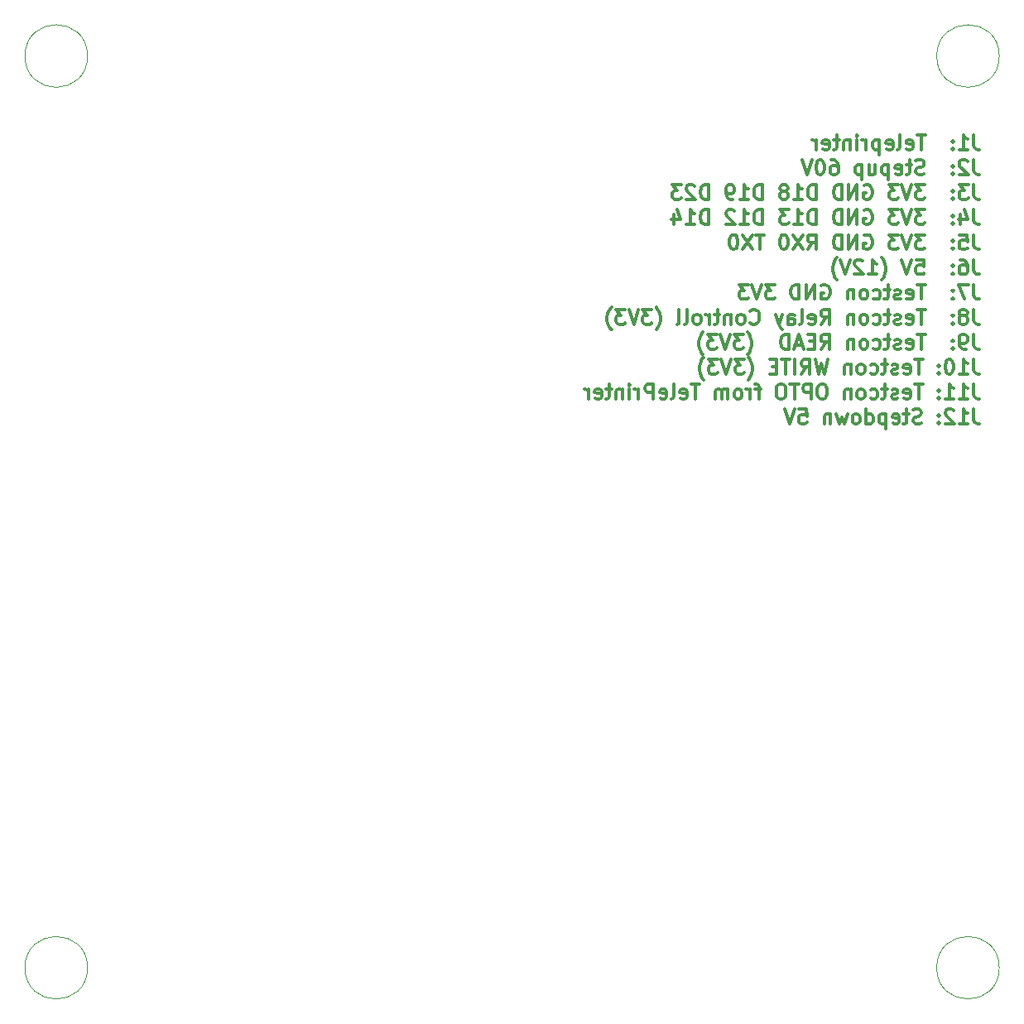
<source format=gbr>
G04 #@! TF.GenerationSoftware,KiCad,Pcbnew,(5.1.5)-3*
G04 #@! TF.CreationDate,2021-03-21T23:11:18+01:00*
G04 #@! TF.ProjectId,Fernschreiber,4665726e-7363-4687-9265-696265722e6b,v02*
G04 #@! TF.SameCoordinates,Original*
G04 #@! TF.FileFunction,Legend,Bot*
G04 #@! TF.FilePolarity,Positive*
%FSLAX46Y46*%
G04 Gerber Fmt 4.6, Leading zero omitted, Abs format (unit mm)*
G04 Created by KiCad (PCBNEW (5.1.5)-3) date 2021-03-21 23:11:18*
%MOMM*%
%LPD*%
G04 APERTURE LIST*
%ADD10C,0.120000*%
%ADD11C,0.300000*%
G04 APERTURE END LIST*
D10*
X52200000Y-137750000D02*
G75*
G03X52200000Y-137750000I-3200000J0D01*
G01*
X145450000Y-44500000D02*
G75*
G03X145450000Y-44500000I-3200000J0D01*
G01*
X145450000Y-137750000D02*
G75*
G03X145450000Y-137750000I-3200000J0D01*
G01*
X52200000Y-44500000D02*
G75*
G03X52200000Y-44500000I-3200000J0D01*
G01*
D11*
X142844285Y-52578571D02*
X142844285Y-53650000D01*
X142915714Y-53864285D01*
X143058571Y-54007142D01*
X143272857Y-54078571D01*
X143415714Y-54078571D01*
X141344285Y-54078571D02*
X142201428Y-54078571D01*
X141772857Y-54078571D02*
X141772857Y-52578571D01*
X141915714Y-52792857D01*
X142058571Y-52935714D01*
X142201428Y-53007142D01*
X140701428Y-53935714D02*
X140630000Y-54007142D01*
X140701428Y-54078571D01*
X140772857Y-54007142D01*
X140701428Y-53935714D01*
X140701428Y-54078571D01*
X140701428Y-53150000D02*
X140630000Y-53221428D01*
X140701428Y-53292857D01*
X140772857Y-53221428D01*
X140701428Y-53150000D01*
X140701428Y-53292857D01*
X137915714Y-52578571D02*
X137058571Y-52578571D01*
X137487142Y-54078571D02*
X137487142Y-52578571D01*
X135987142Y-54007142D02*
X136130000Y-54078571D01*
X136415714Y-54078571D01*
X136558571Y-54007142D01*
X136630000Y-53864285D01*
X136630000Y-53292857D01*
X136558571Y-53150000D01*
X136415714Y-53078571D01*
X136130000Y-53078571D01*
X135987142Y-53150000D01*
X135915714Y-53292857D01*
X135915714Y-53435714D01*
X136630000Y-53578571D01*
X135058571Y-54078571D02*
X135201428Y-54007142D01*
X135272857Y-53864285D01*
X135272857Y-52578571D01*
X133915714Y-54007142D02*
X134058571Y-54078571D01*
X134344285Y-54078571D01*
X134487142Y-54007142D01*
X134558571Y-53864285D01*
X134558571Y-53292857D01*
X134487142Y-53150000D01*
X134344285Y-53078571D01*
X134058571Y-53078571D01*
X133915714Y-53150000D01*
X133844285Y-53292857D01*
X133844285Y-53435714D01*
X134558571Y-53578571D01*
X133201428Y-53078571D02*
X133201428Y-54578571D01*
X133201428Y-53150000D02*
X133058571Y-53078571D01*
X132772857Y-53078571D01*
X132630000Y-53150000D01*
X132558571Y-53221428D01*
X132487142Y-53364285D01*
X132487142Y-53792857D01*
X132558571Y-53935714D01*
X132630000Y-54007142D01*
X132772857Y-54078571D01*
X133058571Y-54078571D01*
X133201428Y-54007142D01*
X131844285Y-54078571D02*
X131844285Y-53078571D01*
X131844285Y-53364285D02*
X131772857Y-53221428D01*
X131701428Y-53150000D01*
X131558571Y-53078571D01*
X131415714Y-53078571D01*
X130915714Y-54078571D02*
X130915714Y-53078571D01*
X130915714Y-52578571D02*
X130987142Y-52650000D01*
X130915714Y-52721428D01*
X130844285Y-52650000D01*
X130915714Y-52578571D01*
X130915714Y-52721428D01*
X130201428Y-53078571D02*
X130201428Y-54078571D01*
X130201428Y-53221428D02*
X130130000Y-53150000D01*
X129987142Y-53078571D01*
X129772857Y-53078571D01*
X129630000Y-53150000D01*
X129558571Y-53292857D01*
X129558571Y-54078571D01*
X129058571Y-53078571D02*
X128487142Y-53078571D01*
X128844285Y-52578571D02*
X128844285Y-53864285D01*
X128772857Y-54007142D01*
X128630000Y-54078571D01*
X128487142Y-54078571D01*
X127415714Y-54007142D02*
X127558571Y-54078571D01*
X127844285Y-54078571D01*
X127987142Y-54007142D01*
X128058571Y-53864285D01*
X128058571Y-53292857D01*
X127987142Y-53150000D01*
X127844285Y-53078571D01*
X127558571Y-53078571D01*
X127415714Y-53150000D01*
X127344285Y-53292857D01*
X127344285Y-53435714D01*
X128058571Y-53578571D01*
X126701428Y-54078571D02*
X126701428Y-53078571D01*
X126701428Y-53364285D02*
X126630000Y-53221428D01*
X126558571Y-53150000D01*
X126415714Y-53078571D01*
X126272857Y-53078571D01*
X142844285Y-55128571D02*
X142844285Y-56200000D01*
X142915714Y-56414285D01*
X143058571Y-56557142D01*
X143272857Y-56628571D01*
X143415714Y-56628571D01*
X142201428Y-55271428D02*
X142130000Y-55200000D01*
X141987142Y-55128571D01*
X141630000Y-55128571D01*
X141487142Y-55200000D01*
X141415714Y-55271428D01*
X141344285Y-55414285D01*
X141344285Y-55557142D01*
X141415714Y-55771428D01*
X142272857Y-56628571D01*
X141344285Y-56628571D01*
X140701428Y-56485714D02*
X140630000Y-56557142D01*
X140701428Y-56628571D01*
X140772857Y-56557142D01*
X140701428Y-56485714D01*
X140701428Y-56628571D01*
X140701428Y-55700000D02*
X140630000Y-55771428D01*
X140701428Y-55842857D01*
X140772857Y-55771428D01*
X140701428Y-55700000D01*
X140701428Y-55842857D01*
X137772857Y-56557142D02*
X137558571Y-56628571D01*
X137201428Y-56628571D01*
X137058571Y-56557142D01*
X136987142Y-56485714D01*
X136915714Y-56342857D01*
X136915714Y-56200000D01*
X136987142Y-56057142D01*
X137058571Y-55985714D01*
X137201428Y-55914285D01*
X137487142Y-55842857D01*
X137630000Y-55771428D01*
X137701428Y-55700000D01*
X137772857Y-55557142D01*
X137772857Y-55414285D01*
X137701428Y-55271428D01*
X137630000Y-55200000D01*
X137487142Y-55128571D01*
X137130000Y-55128571D01*
X136915714Y-55200000D01*
X136487142Y-55628571D02*
X135915714Y-55628571D01*
X136272857Y-55128571D02*
X136272857Y-56414285D01*
X136201428Y-56557142D01*
X136058571Y-56628571D01*
X135915714Y-56628571D01*
X134844285Y-56557142D02*
X134987142Y-56628571D01*
X135272857Y-56628571D01*
X135415714Y-56557142D01*
X135487142Y-56414285D01*
X135487142Y-55842857D01*
X135415714Y-55700000D01*
X135272857Y-55628571D01*
X134987142Y-55628571D01*
X134844285Y-55700000D01*
X134772857Y-55842857D01*
X134772857Y-55985714D01*
X135487142Y-56128571D01*
X134130000Y-55628571D02*
X134130000Y-57128571D01*
X134130000Y-55700000D02*
X133987142Y-55628571D01*
X133701428Y-55628571D01*
X133558571Y-55700000D01*
X133487142Y-55771428D01*
X133415714Y-55914285D01*
X133415714Y-56342857D01*
X133487142Y-56485714D01*
X133558571Y-56557142D01*
X133701428Y-56628571D01*
X133987142Y-56628571D01*
X134130000Y-56557142D01*
X132130000Y-55628571D02*
X132130000Y-56628571D01*
X132772857Y-55628571D02*
X132772857Y-56414285D01*
X132701428Y-56557142D01*
X132558571Y-56628571D01*
X132344285Y-56628571D01*
X132201428Y-56557142D01*
X132130000Y-56485714D01*
X131415714Y-55628571D02*
X131415714Y-57128571D01*
X131415714Y-55700000D02*
X131272857Y-55628571D01*
X130987142Y-55628571D01*
X130844285Y-55700000D01*
X130772857Y-55771428D01*
X130701428Y-55914285D01*
X130701428Y-56342857D01*
X130772857Y-56485714D01*
X130844285Y-56557142D01*
X130987142Y-56628571D01*
X131272857Y-56628571D01*
X131415714Y-56557142D01*
X128272857Y-55128571D02*
X128558571Y-55128571D01*
X128701428Y-55200000D01*
X128772857Y-55271428D01*
X128915714Y-55485714D01*
X128987142Y-55771428D01*
X128987142Y-56342857D01*
X128915714Y-56485714D01*
X128844285Y-56557142D01*
X128701428Y-56628571D01*
X128415714Y-56628571D01*
X128272857Y-56557142D01*
X128201428Y-56485714D01*
X128130000Y-56342857D01*
X128130000Y-55985714D01*
X128201428Y-55842857D01*
X128272857Y-55771428D01*
X128415714Y-55700000D01*
X128701428Y-55700000D01*
X128844285Y-55771428D01*
X128915714Y-55842857D01*
X128987142Y-55985714D01*
X127201428Y-55128571D02*
X127058571Y-55128571D01*
X126915714Y-55200000D01*
X126844285Y-55271428D01*
X126772857Y-55414285D01*
X126701428Y-55700000D01*
X126701428Y-56057142D01*
X126772857Y-56342857D01*
X126844285Y-56485714D01*
X126915714Y-56557142D01*
X127058571Y-56628571D01*
X127201428Y-56628571D01*
X127344285Y-56557142D01*
X127415714Y-56485714D01*
X127487142Y-56342857D01*
X127558571Y-56057142D01*
X127558571Y-55700000D01*
X127487142Y-55414285D01*
X127415714Y-55271428D01*
X127344285Y-55200000D01*
X127201428Y-55128571D01*
X126272857Y-55128571D02*
X125772857Y-56628571D01*
X125272857Y-55128571D01*
X142844285Y-57678571D02*
X142844285Y-58750000D01*
X142915714Y-58964285D01*
X143058571Y-59107142D01*
X143272857Y-59178571D01*
X143415714Y-59178571D01*
X142272857Y-57678571D02*
X141344285Y-57678571D01*
X141844285Y-58250000D01*
X141630000Y-58250000D01*
X141487142Y-58321428D01*
X141415714Y-58392857D01*
X141344285Y-58535714D01*
X141344285Y-58892857D01*
X141415714Y-59035714D01*
X141487142Y-59107142D01*
X141630000Y-59178571D01*
X142058571Y-59178571D01*
X142201428Y-59107142D01*
X142272857Y-59035714D01*
X140701428Y-59035714D02*
X140630000Y-59107142D01*
X140701428Y-59178571D01*
X140772857Y-59107142D01*
X140701428Y-59035714D01*
X140701428Y-59178571D01*
X140701428Y-58250000D02*
X140630000Y-58321428D01*
X140701428Y-58392857D01*
X140772857Y-58321428D01*
X140701428Y-58250000D01*
X140701428Y-58392857D01*
X137844285Y-57678571D02*
X136915714Y-57678571D01*
X137415714Y-58250000D01*
X137201428Y-58250000D01*
X137058571Y-58321428D01*
X136987142Y-58392857D01*
X136915714Y-58535714D01*
X136915714Y-58892857D01*
X136987142Y-59035714D01*
X137058571Y-59107142D01*
X137201428Y-59178571D01*
X137630000Y-59178571D01*
X137772857Y-59107142D01*
X137844285Y-59035714D01*
X136487142Y-57678571D02*
X135987142Y-59178571D01*
X135487142Y-57678571D01*
X135130000Y-57678571D02*
X134201428Y-57678571D01*
X134701428Y-58250000D01*
X134487142Y-58250000D01*
X134344285Y-58321428D01*
X134272857Y-58392857D01*
X134201428Y-58535714D01*
X134201428Y-58892857D01*
X134272857Y-59035714D01*
X134344285Y-59107142D01*
X134487142Y-59178571D01*
X134915714Y-59178571D01*
X135058571Y-59107142D01*
X135130000Y-59035714D01*
X131630000Y-57750000D02*
X131772857Y-57678571D01*
X131987142Y-57678571D01*
X132201428Y-57750000D01*
X132344285Y-57892857D01*
X132415714Y-58035714D01*
X132487142Y-58321428D01*
X132487142Y-58535714D01*
X132415714Y-58821428D01*
X132344285Y-58964285D01*
X132201428Y-59107142D01*
X131987142Y-59178571D01*
X131844285Y-59178571D01*
X131630000Y-59107142D01*
X131558571Y-59035714D01*
X131558571Y-58535714D01*
X131844285Y-58535714D01*
X130915714Y-59178571D02*
X130915714Y-57678571D01*
X130058571Y-59178571D01*
X130058571Y-57678571D01*
X129344285Y-59178571D02*
X129344285Y-57678571D01*
X128987142Y-57678571D01*
X128772857Y-57750000D01*
X128630000Y-57892857D01*
X128558571Y-58035714D01*
X128487142Y-58321428D01*
X128487142Y-58535714D01*
X128558571Y-58821428D01*
X128630000Y-58964285D01*
X128772857Y-59107142D01*
X128987142Y-59178571D01*
X129344285Y-59178571D01*
X126701428Y-59178571D02*
X126701428Y-57678571D01*
X126344285Y-57678571D01*
X126130000Y-57750000D01*
X125987142Y-57892857D01*
X125915714Y-58035714D01*
X125844285Y-58321428D01*
X125844285Y-58535714D01*
X125915714Y-58821428D01*
X125987142Y-58964285D01*
X126130000Y-59107142D01*
X126344285Y-59178571D01*
X126701428Y-59178571D01*
X124415714Y-59178571D02*
X125272857Y-59178571D01*
X124844285Y-59178571D02*
X124844285Y-57678571D01*
X124987142Y-57892857D01*
X125130000Y-58035714D01*
X125272857Y-58107142D01*
X123558571Y-58321428D02*
X123701428Y-58250000D01*
X123772857Y-58178571D01*
X123844285Y-58035714D01*
X123844285Y-57964285D01*
X123772857Y-57821428D01*
X123701428Y-57750000D01*
X123558571Y-57678571D01*
X123272857Y-57678571D01*
X123130000Y-57750000D01*
X123058571Y-57821428D01*
X122987142Y-57964285D01*
X122987142Y-58035714D01*
X123058571Y-58178571D01*
X123130000Y-58250000D01*
X123272857Y-58321428D01*
X123558571Y-58321428D01*
X123701428Y-58392857D01*
X123772857Y-58464285D01*
X123844285Y-58607142D01*
X123844285Y-58892857D01*
X123772857Y-59035714D01*
X123701428Y-59107142D01*
X123558571Y-59178571D01*
X123272857Y-59178571D01*
X123130000Y-59107142D01*
X123058571Y-59035714D01*
X122987142Y-58892857D01*
X122987142Y-58607142D01*
X123058571Y-58464285D01*
X123130000Y-58392857D01*
X123272857Y-58321428D01*
X121201428Y-59178571D02*
X121201428Y-57678571D01*
X120844285Y-57678571D01*
X120630000Y-57750000D01*
X120487142Y-57892857D01*
X120415714Y-58035714D01*
X120344285Y-58321428D01*
X120344285Y-58535714D01*
X120415714Y-58821428D01*
X120487142Y-58964285D01*
X120630000Y-59107142D01*
X120844285Y-59178571D01*
X121201428Y-59178571D01*
X118915714Y-59178571D02*
X119772857Y-59178571D01*
X119344285Y-59178571D02*
X119344285Y-57678571D01*
X119487142Y-57892857D01*
X119630000Y-58035714D01*
X119772857Y-58107142D01*
X118201428Y-59178571D02*
X117915714Y-59178571D01*
X117772857Y-59107142D01*
X117701428Y-59035714D01*
X117558571Y-58821428D01*
X117487142Y-58535714D01*
X117487142Y-57964285D01*
X117558571Y-57821428D01*
X117630000Y-57750000D01*
X117772857Y-57678571D01*
X118058571Y-57678571D01*
X118201428Y-57750000D01*
X118272857Y-57821428D01*
X118344285Y-57964285D01*
X118344285Y-58321428D01*
X118272857Y-58464285D01*
X118201428Y-58535714D01*
X118058571Y-58607142D01*
X117772857Y-58607142D01*
X117630000Y-58535714D01*
X117558571Y-58464285D01*
X117487142Y-58321428D01*
X115701428Y-59178571D02*
X115701428Y-57678571D01*
X115344285Y-57678571D01*
X115130000Y-57750000D01*
X114987142Y-57892857D01*
X114915714Y-58035714D01*
X114844285Y-58321428D01*
X114844285Y-58535714D01*
X114915714Y-58821428D01*
X114987142Y-58964285D01*
X115130000Y-59107142D01*
X115344285Y-59178571D01*
X115701428Y-59178571D01*
X114272857Y-57821428D02*
X114201428Y-57750000D01*
X114058571Y-57678571D01*
X113701428Y-57678571D01*
X113558571Y-57750000D01*
X113487142Y-57821428D01*
X113415714Y-57964285D01*
X113415714Y-58107142D01*
X113487142Y-58321428D01*
X114344285Y-59178571D01*
X113415714Y-59178571D01*
X112915714Y-57678571D02*
X111987142Y-57678571D01*
X112487142Y-58250000D01*
X112272857Y-58250000D01*
X112130000Y-58321428D01*
X112058571Y-58392857D01*
X111987142Y-58535714D01*
X111987142Y-58892857D01*
X112058571Y-59035714D01*
X112130000Y-59107142D01*
X112272857Y-59178571D01*
X112701428Y-59178571D01*
X112844285Y-59107142D01*
X112915714Y-59035714D01*
X142844285Y-60228571D02*
X142844285Y-61300000D01*
X142915714Y-61514285D01*
X143058571Y-61657142D01*
X143272857Y-61728571D01*
X143415714Y-61728571D01*
X141487142Y-60728571D02*
X141487142Y-61728571D01*
X141844285Y-60157142D02*
X142201428Y-61228571D01*
X141272857Y-61228571D01*
X140701428Y-61585714D02*
X140630000Y-61657142D01*
X140701428Y-61728571D01*
X140772857Y-61657142D01*
X140701428Y-61585714D01*
X140701428Y-61728571D01*
X140701428Y-60800000D02*
X140630000Y-60871428D01*
X140701428Y-60942857D01*
X140772857Y-60871428D01*
X140701428Y-60800000D01*
X140701428Y-60942857D01*
X137844285Y-60228571D02*
X136915714Y-60228571D01*
X137415714Y-60800000D01*
X137201428Y-60800000D01*
X137058571Y-60871428D01*
X136987142Y-60942857D01*
X136915714Y-61085714D01*
X136915714Y-61442857D01*
X136987142Y-61585714D01*
X137058571Y-61657142D01*
X137201428Y-61728571D01*
X137630000Y-61728571D01*
X137772857Y-61657142D01*
X137844285Y-61585714D01*
X136487142Y-60228571D02*
X135987142Y-61728571D01*
X135487142Y-60228571D01*
X135130000Y-60228571D02*
X134201428Y-60228571D01*
X134701428Y-60800000D01*
X134487142Y-60800000D01*
X134344285Y-60871428D01*
X134272857Y-60942857D01*
X134201428Y-61085714D01*
X134201428Y-61442857D01*
X134272857Y-61585714D01*
X134344285Y-61657142D01*
X134487142Y-61728571D01*
X134915714Y-61728571D01*
X135058571Y-61657142D01*
X135130000Y-61585714D01*
X131630000Y-60300000D02*
X131772857Y-60228571D01*
X131987142Y-60228571D01*
X132201428Y-60300000D01*
X132344285Y-60442857D01*
X132415714Y-60585714D01*
X132487142Y-60871428D01*
X132487142Y-61085714D01*
X132415714Y-61371428D01*
X132344285Y-61514285D01*
X132201428Y-61657142D01*
X131987142Y-61728571D01*
X131844285Y-61728571D01*
X131630000Y-61657142D01*
X131558571Y-61585714D01*
X131558571Y-61085714D01*
X131844285Y-61085714D01*
X130915714Y-61728571D02*
X130915714Y-60228571D01*
X130058571Y-61728571D01*
X130058571Y-60228571D01*
X129344285Y-61728571D02*
X129344285Y-60228571D01*
X128987142Y-60228571D01*
X128772857Y-60300000D01*
X128630000Y-60442857D01*
X128558571Y-60585714D01*
X128487142Y-60871428D01*
X128487142Y-61085714D01*
X128558571Y-61371428D01*
X128630000Y-61514285D01*
X128772857Y-61657142D01*
X128987142Y-61728571D01*
X129344285Y-61728571D01*
X126701428Y-61728571D02*
X126701428Y-60228571D01*
X126344285Y-60228571D01*
X126130000Y-60300000D01*
X125987142Y-60442857D01*
X125915714Y-60585714D01*
X125844285Y-60871428D01*
X125844285Y-61085714D01*
X125915714Y-61371428D01*
X125987142Y-61514285D01*
X126130000Y-61657142D01*
X126344285Y-61728571D01*
X126701428Y-61728571D01*
X124415714Y-61728571D02*
X125272857Y-61728571D01*
X124844285Y-61728571D02*
X124844285Y-60228571D01*
X124987142Y-60442857D01*
X125130000Y-60585714D01*
X125272857Y-60657142D01*
X123915714Y-60228571D02*
X122987142Y-60228571D01*
X123487142Y-60800000D01*
X123272857Y-60800000D01*
X123130000Y-60871428D01*
X123058571Y-60942857D01*
X122987142Y-61085714D01*
X122987142Y-61442857D01*
X123058571Y-61585714D01*
X123130000Y-61657142D01*
X123272857Y-61728571D01*
X123701428Y-61728571D01*
X123844285Y-61657142D01*
X123915714Y-61585714D01*
X121201428Y-61728571D02*
X121201428Y-60228571D01*
X120844285Y-60228571D01*
X120630000Y-60300000D01*
X120487142Y-60442857D01*
X120415714Y-60585714D01*
X120344285Y-60871428D01*
X120344285Y-61085714D01*
X120415714Y-61371428D01*
X120487142Y-61514285D01*
X120630000Y-61657142D01*
X120844285Y-61728571D01*
X121201428Y-61728571D01*
X118915714Y-61728571D02*
X119772857Y-61728571D01*
X119344285Y-61728571D02*
X119344285Y-60228571D01*
X119487142Y-60442857D01*
X119630000Y-60585714D01*
X119772857Y-60657142D01*
X118344285Y-60371428D02*
X118272857Y-60300000D01*
X118130000Y-60228571D01*
X117772857Y-60228571D01*
X117630000Y-60300000D01*
X117558571Y-60371428D01*
X117487142Y-60514285D01*
X117487142Y-60657142D01*
X117558571Y-60871428D01*
X118415714Y-61728571D01*
X117487142Y-61728571D01*
X115701428Y-61728571D02*
X115701428Y-60228571D01*
X115344285Y-60228571D01*
X115130000Y-60300000D01*
X114987142Y-60442857D01*
X114915714Y-60585714D01*
X114844285Y-60871428D01*
X114844285Y-61085714D01*
X114915714Y-61371428D01*
X114987142Y-61514285D01*
X115130000Y-61657142D01*
X115344285Y-61728571D01*
X115701428Y-61728571D01*
X113415714Y-61728571D02*
X114272857Y-61728571D01*
X113844285Y-61728571D02*
X113844285Y-60228571D01*
X113987142Y-60442857D01*
X114130000Y-60585714D01*
X114272857Y-60657142D01*
X112130000Y-60728571D02*
X112130000Y-61728571D01*
X112487142Y-60157142D02*
X112844285Y-61228571D01*
X111915714Y-61228571D01*
X142844285Y-62778571D02*
X142844285Y-63850000D01*
X142915714Y-64064285D01*
X143058571Y-64207142D01*
X143272857Y-64278571D01*
X143415714Y-64278571D01*
X141415714Y-62778571D02*
X142130000Y-62778571D01*
X142201428Y-63492857D01*
X142130000Y-63421428D01*
X141987142Y-63350000D01*
X141630000Y-63350000D01*
X141487142Y-63421428D01*
X141415714Y-63492857D01*
X141344285Y-63635714D01*
X141344285Y-63992857D01*
X141415714Y-64135714D01*
X141487142Y-64207142D01*
X141630000Y-64278571D01*
X141987142Y-64278571D01*
X142130000Y-64207142D01*
X142201428Y-64135714D01*
X140701428Y-64135714D02*
X140630000Y-64207142D01*
X140701428Y-64278571D01*
X140772857Y-64207142D01*
X140701428Y-64135714D01*
X140701428Y-64278571D01*
X140701428Y-63350000D02*
X140630000Y-63421428D01*
X140701428Y-63492857D01*
X140772857Y-63421428D01*
X140701428Y-63350000D01*
X140701428Y-63492857D01*
X137844285Y-62778571D02*
X136915714Y-62778571D01*
X137415714Y-63350000D01*
X137201428Y-63350000D01*
X137058571Y-63421428D01*
X136987142Y-63492857D01*
X136915714Y-63635714D01*
X136915714Y-63992857D01*
X136987142Y-64135714D01*
X137058571Y-64207142D01*
X137201428Y-64278571D01*
X137630000Y-64278571D01*
X137772857Y-64207142D01*
X137844285Y-64135714D01*
X136487142Y-62778571D02*
X135987142Y-64278571D01*
X135487142Y-62778571D01*
X135130000Y-62778571D02*
X134201428Y-62778571D01*
X134701428Y-63350000D01*
X134487142Y-63350000D01*
X134344285Y-63421428D01*
X134272857Y-63492857D01*
X134201428Y-63635714D01*
X134201428Y-63992857D01*
X134272857Y-64135714D01*
X134344285Y-64207142D01*
X134487142Y-64278571D01*
X134915714Y-64278571D01*
X135058571Y-64207142D01*
X135130000Y-64135714D01*
X131630000Y-62850000D02*
X131772857Y-62778571D01*
X131987142Y-62778571D01*
X132201428Y-62850000D01*
X132344285Y-62992857D01*
X132415714Y-63135714D01*
X132487142Y-63421428D01*
X132487142Y-63635714D01*
X132415714Y-63921428D01*
X132344285Y-64064285D01*
X132201428Y-64207142D01*
X131987142Y-64278571D01*
X131844285Y-64278571D01*
X131630000Y-64207142D01*
X131558571Y-64135714D01*
X131558571Y-63635714D01*
X131844285Y-63635714D01*
X130915714Y-64278571D02*
X130915714Y-62778571D01*
X130058571Y-64278571D01*
X130058571Y-62778571D01*
X129344285Y-64278571D02*
X129344285Y-62778571D01*
X128987142Y-62778571D01*
X128772857Y-62850000D01*
X128630000Y-62992857D01*
X128558571Y-63135714D01*
X128487142Y-63421428D01*
X128487142Y-63635714D01*
X128558571Y-63921428D01*
X128630000Y-64064285D01*
X128772857Y-64207142D01*
X128987142Y-64278571D01*
X129344285Y-64278571D01*
X125844285Y-64278571D02*
X126344285Y-63564285D01*
X126701428Y-64278571D02*
X126701428Y-62778571D01*
X126130000Y-62778571D01*
X125987142Y-62850000D01*
X125915714Y-62921428D01*
X125844285Y-63064285D01*
X125844285Y-63278571D01*
X125915714Y-63421428D01*
X125987142Y-63492857D01*
X126130000Y-63564285D01*
X126701428Y-63564285D01*
X125344285Y-62778571D02*
X124344285Y-64278571D01*
X124344285Y-62778571D02*
X125344285Y-64278571D01*
X123487142Y-62778571D02*
X123344285Y-62778571D01*
X123201428Y-62850000D01*
X123130000Y-62921428D01*
X123058571Y-63064285D01*
X122987142Y-63350000D01*
X122987142Y-63707142D01*
X123058571Y-63992857D01*
X123130000Y-64135714D01*
X123201428Y-64207142D01*
X123344285Y-64278571D01*
X123487142Y-64278571D01*
X123630000Y-64207142D01*
X123701428Y-64135714D01*
X123772857Y-63992857D01*
X123844285Y-63707142D01*
X123844285Y-63350000D01*
X123772857Y-63064285D01*
X123701428Y-62921428D01*
X123630000Y-62850000D01*
X123487142Y-62778571D01*
X121415714Y-62778571D02*
X120558571Y-62778571D01*
X120987142Y-64278571D02*
X120987142Y-62778571D01*
X120201428Y-62778571D02*
X119201428Y-64278571D01*
X119201428Y-62778571D02*
X120201428Y-64278571D01*
X118344285Y-62778571D02*
X118201428Y-62778571D01*
X118058571Y-62850000D01*
X117987142Y-62921428D01*
X117915714Y-63064285D01*
X117844285Y-63350000D01*
X117844285Y-63707142D01*
X117915714Y-63992857D01*
X117987142Y-64135714D01*
X118058571Y-64207142D01*
X118201428Y-64278571D01*
X118344285Y-64278571D01*
X118487142Y-64207142D01*
X118558571Y-64135714D01*
X118630000Y-63992857D01*
X118701428Y-63707142D01*
X118701428Y-63350000D01*
X118630000Y-63064285D01*
X118558571Y-62921428D01*
X118487142Y-62850000D01*
X118344285Y-62778571D01*
X142844285Y-65328571D02*
X142844285Y-66400000D01*
X142915714Y-66614285D01*
X143058571Y-66757142D01*
X143272857Y-66828571D01*
X143415714Y-66828571D01*
X141487142Y-65328571D02*
X141772857Y-65328571D01*
X141915714Y-65400000D01*
X141987142Y-65471428D01*
X142130000Y-65685714D01*
X142201428Y-65971428D01*
X142201428Y-66542857D01*
X142130000Y-66685714D01*
X142058571Y-66757142D01*
X141915714Y-66828571D01*
X141630000Y-66828571D01*
X141487142Y-66757142D01*
X141415714Y-66685714D01*
X141344285Y-66542857D01*
X141344285Y-66185714D01*
X141415714Y-66042857D01*
X141487142Y-65971428D01*
X141630000Y-65900000D01*
X141915714Y-65900000D01*
X142058571Y-65971428D01*
X142130000Y-66042857D01*
X142201428Y-66185714D01*
X140701428Y-66685714D02*
X140630000Y-66757142D01*
X140701428Y-66828571D01*
X140772857Y-66757142D01*
X140701428Y-66685714D01*
X140701428Y-66828571D01*
X140701428Y-65900000D02*
X140630000Y-65971428D01*
X140701428Y-66042857D01*
X140772857Y-65971428D01*
X140701428Y-65900000D01*
X140701428Y-66042857D01*
X136987142Y-65328571D02*
X137701428Y-65328571D01*
X137772857Y-66042857D01*
X137701428Y-65971428D01*
X137558571Y-65900000D01*
X137201428Y-65900000D01*
X137058571Y-65971428D01*
X136987142Y-66042857D01*
X136915714Y-66185714D01*
X136915714Y-66542857D01*
X136987142Y-66685714D01*
X137058571Y-66757142D01*
X137201428Y-66828571D01*
X137558571Y-66828571D01*
X137701428Y-66757142D01*
X137772857Y-66685714D01*
X136487142Y-65328571D02*
X135987142Y-66828571D01*
X135487142Y-65328571D01*
X133415714Y-67400000D02*
X133487142Y-67328571D01*
X133630000Y-67114285D01*
X133701428Y-66971428D01*
X133772857Y-66757142D01*
X133844285Y-66400000D01*
X133844285Y-66114285D01*
X133772857Y-65757142D01*
X133701428Y-65542857D01*
X133630000Y-65400000D01*
X133487142Y-65185714D01*
X133415714Y-65114285D01*
X132058571Y-66828571D02*
X132915714Y-66828571D01*
X132487142Y-66828571D02*
X132487142Y-65328571D01*
X132630000Y-65542857D01*
X132772857Y-65685714D01*
X132915714Y-65757142D01*
X131487142Y-65471428D02*
X131415714Y-65400000D01*
X131272857Y-65328571D01*
X130915714Y-65328571D01*
X130772857Y-65400000D01*
X130701428Y-65471428D01*
X130630000Y-65614285D01*
X130630000Y-65757142D01*
X130701428Y-65971428D01*
X131558571Y-66828571D01*
X130630000Y-66828571D01*
X130201428Y-65328571D02*
X129701428Y-66828571D01*
X129201428Y-65328571D01*
X128844285Y-67400000D02*
X128772857Y-67328571D01*
X128630000Y-67114285D01*
X128558571Y-66971428D01*
X128487142Y-66757142D01*
X128415714Y-66400000D01*
X128415714Y-66114285D01*
X128487142Y-65757142D01*
X128558571Y-65542857D01*
X128630000Y-65400000D01*
X128772857Y-65185714D01*
X128844285Y-65114285D01*
X142844285Y-67878571D02*
X142844285Y-68950000D01*
X142915714Y-69164285D01*
X143058571Y-69307142D01*
X143272857Y-69378571D01*
X143415714Y-69378571D01*
X142272857Y-67878571D02*
X141272857Y-67878571D01*
X141915714Y-69378571D01*
X140701428Y-69235714D02*
X140630000Y-69307142D01*
X140701428Y-69378571D01*
X140772857Y-69307142D01*
X140701428Y-69235714D01*
X140701428Y-69378571D01*
X140701428Y-68450000D02*
X140630000Y-68521428D01*
X140701428Y-68592857D01*
X140772857Y-68521428D01*
X140701428Y-68450000D01*
X140701428Y-68592857D01*
X137915714Y-67878571D02*
X137058571Y-67878571D01*
X137487142Y-69378571D02*
X137487142Y-67878571D01*
X135987142Y-69307142D02*
X136130000Y-69378571D01*
X136415714Y-69378571D01*
X136558571Y-69307142D01*
X136630000Y-69164285D01*
X136630000Y-68592857D01*
X136558571Y-68450000D01*
X136415714Y-68378571D01*
X136130000Y-68378571D01*
X135987142Y-68450000D01*
X135915714Y-68592857D01*
X135915714Y-68735714D01*
X136630000Y-68878571D01*
X135344285Y-69307142D02*
X135201428Y-69378571D01*
X134915714Y-69378571D01*
X134772857Y-69307142D01*
X134701428Y-69164285D01*
X134701428Y-69092857D01*
X134772857Y-68950000D01*
X134915714Y-68878571D01*
X135130000Y-68878571D01*
X135272857Y-68807142D01*
X135344285Y-68664285D01*
X135344285Y-68592857D01*
X135272857Y-68450000D01*
X135130000Y-68378571D01*
X134915714Y-68378571D01*
X134772857Y-68450000D01*
X134272857Y-68378571D02*
X133701428Y-68378571D01*
X134058571Y-67878571D02*
X134058571Y-69164285D01*
X133987142Y-69307142D01*
X133844285Y-69378571D01*
X133701428Y-69378571D01*
X132558571Y-69307142D02*
X132701428Y-69378571D01*
X132987142Y-69378571D01*
X133130000Y-69307142D01*
X133201428Y-69235714D01*
X133272857Y-69092857D01*
X133272857Y-68664285D01*
X133201428Y-68521428D01*
X133130000Y-68450000D01*
X132987142Y-68378571D01*
X132701428Y-68378571D01*
X132558571Y-68450000D01*
X131701428Y-69378571D02*
X131844285Y-69307142D01*
X131915714Y-69235714D01*
X131987142Y-69092857D01*
X131987142Y-68664285D01*
X131915714Y-68521428D01*
X131844285Y-68450000D01*
X131701428Y-68378571D01*
X131487142Y-68378571D01*
X131344285Y-68450000D01*
X131272857Y-68521428D01*
X131201428Y-68664285D01*
X131201428Y-69092857D01*
X131272857Y-69235714D01*
X131344285Y-69307142D01*
X131487142Y-69378571D01*
X131701428Y-69378571D01*
X130558571Y-68378571D02*
X130558571Y-69378571D01*
X130558571Y-68521428D02*
X130487142Y-68450000D01*
X130344285Y-68378571D01*
X130130000Y-68378571D01*
X129987142Y-68450000D01*
X129915714Y-68592857D01*
X129915714Y-69378571D01*
X127272857Y-67950000D02*
X127415714Y-67878571D01*
X127630000Y-67878571D01*
X127844285Y-67950000D01*
X127987142Y-68092857D01*
X128058571Y-68235714D01*
X128130000Y-68521428D01*
X128130000Y-68735714D01*
X128058571Y-69021428D01*
X127987142Y-69164285D01*
X127844285Y-69307142D01*
X127630000Y-69378571D01*
X127487142Y-69378571D01*
X127272857Y-69307142D01*
X127201428Y-69235714D01*
X127201428Y-68735714D01*
X127487142Y-68735714D01*
X126558571Y-69378571D02*
X126558571Y-67878571D01*
X125701428Y-69378571D01*
X125701428Y-67878571D01*
X124987142Y-69378571D02*
X124987142Y-67878571D01*
X124630000Y-67878571D01*
X124415714Y-67950000D01*
X124272857Y-68092857D01*
X124201428Y-68235714D01*
X124130000Y-68521428D01*
X124130000Y-68735714D01*
X124201428Y-69021428D01*
X124272857Y-69164285D01*
X124415714Y-69307142D01*
X124630000Y-69378571D01*
X124987142Y-69378571D01*
X122487142Y-67878571D02*
X121558571Y-67878571D01*
X122058571Y-68450000D01*
X121844285Y-68450000D01*
X121701428Y-68521428D01*
X121630000Y-68592857D01*
X121558571Y-68735714D01*
X121558571Y-69092857D01*
X121630000Y-69235714D01*
X121701428Y-69307142D01*
X121844285Y-69378571D01*
X122272857Y-69378571D01*
X122415714Y-69307142D01*
X122487142Y-69235714D01*
X121130000Y-67878571D02*
X120630000Y-69378571D01*
X120130000Y-67878571D01*
X119772857Y-67878571D02*
X118844285Y-67878571D01*
X119344285Y-68450000D01*
X119130000Y-68450000D01*
X118987142Y-68521428D01*
X118915714Y-68592857D01*
X118844285Y-68735714D01*
X118844285Y-69092857D01*
X118915714Y-69235714D01*
X118987142Y-69307142D01*
X119130000Y-69378571D01*
X119558571Y-69378571D01*
X119701428Y-69307142D01*
X119772857Y-69235714D01*
X142844285Y-70428571D02*
X142844285Y-71500000D01*
X142915714Y-71714285D01*
X143058571Y-71857142D01*
X143272857Y-71928571D01*
X143415714Y-71928571D01*
X141915714Y-71071428D02*
X142058571Y-71000000D01*
X142130000Y-70928571D01*
X142201428Y-70785714D01*
X142201428Y-70714285D01*
X142130000Y-70571428D01*
X142058571Y-70500000D01*
X141915714Y-70428571D01*
X141630000Y-70428571D01*
X141487142Y-70500000D01*
X141415714Y-70571428D01*
X141344285Y-70714285D01*
X141344285Y-70785714D01*
X141415714Y-70928571D01*
X141487142Y-71000000D01*
X141630000Y-71071428D01*
X141915714Y-71071428D01*
X142058571Y-71142857D01*
X142130000Y-71214285D01*
X142201428Y-71357142D01*
X142201428Y-71642857D01*
X142130000Y-71785714D01*
X142058571Y-71857142D01*
X141915714Y-71928571D01*
X141630000Y-71928571D01*
X141487142Y-71857142D01*
X141415714Y-71785714D01*
X141344285Y-71642857D01*
X141344285Y-71357142D01*
X141415714Y-71214285D01*
X141487142Y-71142857D01*
X141630000Y-71071428D01*
X140701428Y-71785714D02*
X140630000Y-71857142D01*
X140701428Y-71928571D01*
X140772857Y-71857142D01*
X140701428Y-71785714D01*
X140701428Y-71928571D01*
X140701428Y-71000000D02*
X140630000Y-71071428D01*
X140701428Y-71142857D01*
X140772857Y-71071428D01*
X140701428Y-71000000D01*
X140701428Y-71142857D01*
X137915714Y-70428571D02*
X137058571Y-70428571D01*
X137487142Y-71928571D02*
X137487142Y-70428571D01*
X135987142Y-71857142D02*
X136130000Y-71928571D01*
X136415714Y-71928571D01*
X136558571Y-71857142D01*
X136630000Y-71714285D01*
X136630000Y-71142857D01*
X136558571Y-71000000D01*
X136415714Y-70928571D01*
X136130000Y-70928571D01*
X135987142Y-71000000D01*
X135915714Y-71142857D01*
X135915714Y-71285714D01*
X136630000Y-71428571D01*
X135344285Y-71857142D02*
X135201428Y-71928571D01*
X134915714Y-71928571D01*
X134772857Y-71857142D01*
X134701428Y-71714285D01*
X134701428Y-71642857D01*
X134772857Y-71500000D01*
X134915714Y-71428571D01*
X135130000Y-71428571D01*
X135272857Y-71357142D01*
X135344285Y-71214285D01*
X135344285Y-71142857D01*
X135272857Y-71000000D01*
X135130000Y-70928571D01*
X134915714Y-70928571D01*
X134772857Y-71000000D01*
X134272857Y-70928571D02*
X133701428Y-70928571D01*
X134058571Y-70428571D02*
X134058571Y-71714285D01*
X133987142Y-71857142D01*
X133844285Y-71928571D01*
X133701428Y-71928571D01*
X132558571Y-71857142D02*
X132701428Y-71928571D01*
X132987142Y-71928571D01*
X133130000Y-71857142D01*
X133201428Y-71785714D01*
X133272857Y-71642857D01*
X133272857Y-71214285D01*
X133201428Y-71071428D01*
X133130000Y-71000000D01*
X132987142Y-70928571D01*
X132701428Y-70928571D01*
X132558571Y-71000000D01*
X131701428Y-71928571D02*
X131844285Y-71857142D01*
X131915714Y-71785714D01*
X131987142Y-71642857D01*
X131987142Y-71214285D01*
X131915714Y-71071428D01*
X131844285Y-71000000D01*
X131701428Y-70928571D01*
X131487142Y-70928571D01*
X131344285Y-71000000D01*
X131272857Y-71071428D01*
X131201428Y-71214285D01*
X131201428Y-71642857D01*
X131272857Y-71785714D01*
X131344285Y-71857142D01*
X131487142Y-71928571D01*
X131701428Y-71928571D01*
X130558571Y-70928571D02*
X130558571Y-71928571D01*
X130558571Y-71071428D02*
X130487142Y-71000000D01*
X130344285Y-70928571D01*
X130130000Y-70928571D01*
X129987142Y-71000000D01*
X129915714Y-71142857D01*
X129915714Y-71928571D01*
X127201428Y-71928571D02*
X127701428Y-71214285D01*
X128058571Y-71928571D02*
X128058571Y-70428571D01*
X127487142Y-70428571D01*
X127344285Y-70500000D01*
X127272857Y-70571428D01*
X127201428Y-70714285D01*
X127201428Y-70928571D01*
X127272857Y-71071428D01*
X127344285Y-71142857D01*
X127487142Y-71214285D01*
X128058571Y-71214285D01*
X125987142Y-71857142D02*
X126130000Y-71928571D01*
X126415714Y-71928571D01*
X126558571Y-71857142D01*
X126630000Y-71714285D01*
X126630000Y-71142857D01*
X126558571Y-71000000D01*
X126415714Y-70928571D01*
X126130000Y-70928571D01*
X125987142Y-71000000D01*
X125915714Y-71142857D01*
X125915714Y-71285714D01*
X126630000Y-71428571D01*
X125058571Y-71928571D02*
X125201428Y-71857142D01*
X125272857Y-71714285D01*
X125272857Y-70428571D01*
X123844285Y-71928571D02*
X123844285Y-71142857D01*
X123915714Y-71000000D01*
X124058571Y-70928571D01*
X124344285Y-70928571D01*
X124487142Y-71000000D01*
X123844285Y-71857142D02*
X123987142Y-71928571D01*
X124344285Y-71928571D01*
X124487142Y-71857142D01*
X124558571Y-71714285D01*
X124558571Y-71571428D01*
X124487142Y-71428571D01*
X124344285Y-71357142D01*
X123987142Y-71357142D01*
X123844285Y-71285714D01*
X123272857Y-70928571D02*
X122915714Y-71928571D01*
X122558571Y-70928571D02*
X122915714Y-71928571D01*
X123058571Y-72285714D01*
X123129999Y-72357142D01*
X123272857Y-72428571D01*
X119987142Y-71785714D02*
X120058571Y-71857142D01*
X120272857Y-71928571D01*
X120415714Y-71928571D01*
X120630000Y-71857142D01*
X120772857Y-71714285D01*
X120844285Y-71571428D01*
X120915714Y-71285714D01*
X120915714Y-71071428D01*
X120844285Y-70785714D01*
X120772857Y-70642857D01*
X120630000Y-70500000D01*
X120415714Y-70428571D01*
X120272857Y-70428571D01*
X120058571Y-70500000D01*
X119987142Y-70571428D01*
X119130000Y-71928571D02*
X119272857Y-71857142D01*
X119344285Y-71785714D01*
X119415714Y-71642857D01*
X119415714Y-71214285D01*
X119344285Y-71071428D01*
X119272857Y-71000000D01*
X119130000Y-70928571D01*
X118915714Y-70928571D01*
X118772857Y-71000000D01*
X118701428Y-71071428D01*
X118630000Y-71214285D01*
X118630000Y-71642857D01*
X118701428Y-71785714D01*
X118772857Y-71857142D01*
X118915714Y-71928571D01*
X119130000Y-71928571D01*
X117987142Y-70928571D02*
X117987142Y-71928571D01*
X117987142Y-71071428D02*
X117915714Y-71000000D01*
X117772857Y-70928571D01*
X117558571Y-70928571D01*
X117415714Y-71000000D01*
X117344285Y-71142857D01*
X117344285Y-71928571D01*
X116844285Y-70928571D02*
X116272857Y-70928571D01*
X116630000Y-70428571D02*
X116630000Y-71714285D01*
X116558571Y-71857142D01*
X116415714Y-71928571D01*
X116272857Y-71928571D01*
X115772857Y-71928571D02*
X115772857Y-70928571D01*
X115772857Y-71214285D02*
X115701428Y-71071428D01*
X115630000Y-71000000D01*
X115487142Y-70928571D01*
X115344285Y-70928571D01*
X114630000Y-71928571D02*
X114772857Y-71857142D01*
X114844285Y-71785714D01*
X114915714Y-71642857D01*
X114915714Y-71214285D01*
X114844285Y-71071428D01*
X114772857Y-71000000D01*
X114630000Y-70928571D01*
X114415714Y-70928571D01*
X114272857Y-71000000D01*
X114201428Y-71071428D01*
X114130000Y-71214285D01*
X114130000Y-71642857D01*
X114201428Y-71785714D01*
X114272857Y-71857142D01*
X114415714Y-71928571D01*
X114630000Y-71928571D01*
X113272857Y-71928571D02*
X113415714Y-71857142D01*
X113487142Y-71714285D01*
X113487142Y-70428571D01*
X112487142Y-71928571D02*
X112630000Y-71857142D01*
X112701428Y-71714285D01*
X112701428Y-70428571D01*
X110344285Y-72500000D02*
X110415714Y-72428571D01*
X110558571Y-72214285D01*
X110630000Y-72071428D01*
X110701428Y-71857142D01*
X110772857Y-71500000D01*
X110772857Y-71214285D01*
X110701428Y-70857142D01*
X110630000Y-70642857D01*
X110558571Y-70500000D01*
X110415714Y-70285714D01*
X110344285Y-70214285D01*
X109915714Y-70428571D02*
X108987142Y-70428571D01*
X109487142Y-71000000D01*
X109272857Y-71000000D01*
X109130000Y-71071428D01*
X109058571Y-71142857D01*
X108987142Y-71285714D01*
X108987142Y-71642857D01*
X109058571Y-71785714D01*
X109130000Y-71857142D01*
X109272857Y-71928571D01*
X109701428Y-71928571D01*
X109844285Y-71857142D01*
X109915714Y-71785714D01*
X108558571Y-70428571D02*
X108058571Y-71928571D01*
X107558571Y-70428571D01*
X107201428Y-70428571D02*
X106272857Y-70428571D01*
X106772857Y-71000000D01*
X106558571Y-71000000D01*
X106415714Y-71071428D01*
X106344285Y-71142857D01*
X106272857Y-71285714D01*
X106272857Y-71642857D01*
X106344285Y-71785714D01*
X106415714Y-71857142D01*
X106558571Y-71928571D01*
X106987142Y-71928571D01*
X107130000Y-71857142D01*
X107201428Y-71785714D01*
X105772857Y-72500000D02*
X105701428Y-72428571D01*
X105558571Y-72214285D01*
X105487142Y-72071428D01*
X105415714Y-71857142D01*
X105344285Y-71500000D01*
X105344285Y-71214285D01*
X105415714Y-70857142D01*
X105487142Y-70642857D01*
X105558571Y-70500000D01*
X105701428Y-70285714D01*
X105772857Y-70214285D01*
X142844285Y-72978571D02*
X142844285Y-74050000D01*
X142915714Y-74264285D01*
X143058571Y-74407142D01*
X143272857Y-74478571D01*
X143415714Y-74478571D01*
X142058571Y-74478571D02*
X141772857Y-74478571D01*
X141630000Y-74407142D01*
X141558571Y-74335714D01*
X141415714Y-74121428D01*
X141344285Y-73835714D01*
X141344285Y-73264285D01*
X141415714Y-73121428D01*
X141487142Y-73050000D01*
X141630000Y-72978571D01*
X141915714Y-72978571D01*
X142058571Y-73050000D01*
X142130000Y-73121428D01*
X142201428Y-73264285D01*
X142201428Y-73621428D01*
X142130000Y-73764285D01*
X142058571Y-73835714D01*
X141915714Y-73907142D01*
X141630000Y-73907142D01*
X141487142Y-73835714D01*
X141415714Y-73764285D01*
X141344285Y-73621428D01*
X140701428Y-74335714D02*
X140630000Y-74407142D01*
X140701428Y-74478571D01*
X140772857Y-74407142D01*
X140701428Y-74335714D01*
X140701428Y-74478571D01*
X140701428Y-73550000D02*
X140630000Y-73621428D01*
X140701428Y-73692857D01*
X140772857Y-73621428D01*
X140701428Y-73550000D01*
X140701428Y-73692857D01*
X137915714Y-72978571D02*
X137058571Y-72978571D01*
X137487142Y-74478571D02*
X137487142Y-72978571D01*
X135987142Y-74407142D02*
X136130000Y-74478571D01*
X136415714Y-74478571D01*
X136558571Y-74407142D01*
X136630000Y-74264285D01*
X136630000Y-73692857D01*
X136558571Y-73550000D01*
X136415714Y-73478571D01*
X136130000Y-73478571D01*
X135987142Y-73550000D01*
X135915714Y-73692857D01*
X135915714Y-73835714D01*
X136630000Y-73978571D01*
X135344285Y-74407142D02*
X135201428Y-74478571D01*
X134915714Y-74478571D01*
X134772857Y-74407142D01*
X134701428Y-74264285D01*
X134701428Y-74192857D01*
X134772857Y-74050000D01*
X134915714Y-73978571D01*
X135130000Y-73978571D01*
X135272857Y-73907142D01*
X135344285Y-73764285D01*
X135344285Y-73692857D01*
X135272857Y-73550000D01*
X135130000Y-73478571D01*
X134915714Y-73478571D01*
X134772857Y-73550000D01*
X134272857Y-73478571D02*
X133701428Y-73478571D01*
X134058571Y-72978571D02*
X134058571Y-74264285D01*
X133987142Y-74407142D01*
X133844285Y-74478571D01*
X133701428Y-74478571D01*
X132558571Y-74407142D02*
X132701428Y-74478571D01*
X132987142Y-74478571D01*
X133130000Y-74407142D01*
X133201428Y-74335714D01*
X133272857Y-74192857D01*
X133272857Y-73764285D01*
X133201428Y-73621428D01*
X133130000Y-73550000D01*
X132987142Y-73478571D01*
X132701428Y-73478571D01*
X132558571Y-73550000D01*
X131701428Y-74478571D02*
X131844285Y-74407142D01*
X131915714Y-74335714D01*
X131987142Y-74192857D01*
X131987142Y-73764285D01*
X131915714Y-73621428D01*
X131844285Y-73550000D01*
X131701428Y-73478571D01*
X131487142Y-73478571D01*
X131344285Y-73550000D01*
X131272857Y-73621428D01*
X131201428Y-73764285D01*
X131201428Y-74192857D01*
X131272857Y-74335714D01*
X131344285Y-74407142D01*
X131487142Y-74478571D01*
X131701428Y-74478571D01*
X130558571Y-73478571D02*
X130558571Y-74478571D01*
X130558571Y-73621428D02*
X130487142Y-73550000D01*
X130344285Y-73478571D01*
X130130000Y-73478571D01*
X129987142Y-73550000D01*
X129915714Y-73692857D01*
X129915714Y-74478571D01*
X127201428Y-74478571D02*
X127701428Y-73764285D01*
X128058571Y-74478571D02*
X128058571Y-72978571D01*
X127487142Y-72978571D01*
X127344285Y-73050000D01*
X127272857Y-73121428D01*
X127201428Y-73264285D01*
X127201428Y-73478571D01*
X127272857Y-73621428D01*
X127344285Y-73692857D01*
X127487142Y-73764285D01*
X128058571Y-73764285D01*
X126558571Y-73692857D02*
X126058571Y-73692857D01*
X125844285Y-74478571D02*
X126558571Y-74478571D01*
X126558571Y-72978571D01*
X125844285Y-72978571D01*
X125272857Y-74050000D02*
X124558571Y-74050000D01*
X125415714Y-74478571D02*
X124915714Y-72978571D01*
X124415714Y-74478571D01*
X123915714Y-74478571D02*
X123915714Y-72978571D01*
X123558571Y-72978571D01*
X123344285Y-73050000D01*
X123201428Y-73192857D01*
X123130000Y-73335714D01*
X123058571Y-73621428D01*
X123058571Y-73835714D01*
X123130000Y-74121428D01*
X123201428Y-74264285D01*
X123344285Y-74407142D01*
X123558571Y-74478571D01*
X123915714Y-74478571D01*
X119701428Y-75050000D02*
X119772857Y-74978571D01*
X119915714Y-74764285D01*
X119987142Y-74621428D01*
X120058571Y-74407142D01*
X120130000Y-74050000D01*
X120130000Y-73764285D01*
X120058571Y-73407142D01*
X119987142Y-73192857D01*
X119915714Y-73050000D01*
X119772857Y-72835714D01*
X119701428Y-72764285D01*
X119272857Y-72978571D02*
X118344285Y-72978571D01*
X118844285Y-73550000D01*
X118630000Y-73550000D01*
X118487142Y-73621428D01*
X118415714Y-73692857D01*
X118344285Y-73835714D01*
X118344285Y-74192857D01*
X118415714Y-74335714D01*
X118487142Y-74407142D01*
X118630000Y-74478571D01*
X119058571Y-74478571D01*
X119201428Y-74407142D01*
X119272857Y-74335714D01*
X117915714Y-72978571D02*
X117415714Y-74478571D01*
X116915714Y-72978571D01*
X116558571Y-72978571D02*
X115630000Y-72978571D01*
X116130000Y-73550000D01*
X115915714Y-73550000D01*
X115772857Y-73621428D01*
X115701428Y-73692857D01*
X115630000Y-73835714D01*
X115630000Y-74192857D01*
X115701428Y-74335714D01*
X115772857Y-74407142D01*
X115915714Y-74478571D01*
X116344285Y-74478571D01*
X116487142Y-74407142D01*
X116558571Y-74335714D01*
X115130000Y-75050000D02*
X115058571Y-74978571D01*
X114915714Y-74764285D01*
X114844285Y-74621428D01*
X114772857Y-74407142D01*
X114701428Y-74050000D01*
X114701428Y-73764285D01*
X114772857Y-73407142D01*
X114844285Y-73192857D01*
X114915714Y-73050000D01*
X115058571Y-72835714D01*
X115130000Y-72764285D01*
X142844285Y-75528571D02*
X142844285Y-76600000D01*
X142915714Y-76814285D01*
X143058571Y-76957142D01*
X143272857Y-77028571D01*
X143415714Y-77028571D01*
X141344285Y-77028571D02*
X142201428Y-77028571D01*
X141772857Y-77028571D02*
X141772857Y-75528571D01*
X141915714Y-75742857D01*
X142058571Y-75885714D01*
X142201428Y-75957142D01*
X140415714Y-75528571D02*
X140272857Y-75528571D01*
X140130000Y-75600000D01*
X140058571Y-75671428D01*
X139987142Y-75814285D01*
X139915714Y-76100000D01*
X139915714Y-76457142D01*
X139987142Y-76742857D01*
X140058571Y-76885714D01*
X140130000Y-76957142D01*
X140272857Y-77028571D01*
X140415714Y-77028571D01*
X140558571Y-76957142D01*
X140630000Y-76885714D01*
X140701428Y-76742857D01*
X140772857Y-76457142D01*
X140772857Y-76100000D01*
X140701428Y-75814285D01*
X140630000Y-75671428D01*
X140558571Y-75600000D01*
X140415714Y-75528571D01*
X139272857Y-76885714D02*
X139201428Y-76957142D01*
X139272857Y-77028571D01*
X139344285Y-76957142D01*
X139272857Y-76885714D01*
X139272857Y-77028571D01*
X139272857Y-76100000D02*
X139201428Y-76171428D01*
X139272857Y-76242857D01*
X139344285Y-76171428D01*
X139272857Y-76100000D01*
X139272857Y-76242857D01*
X137630000Y-75528571D02*
X136772857Y-75528571D01*
X137201428Y-77028571D02*
X137201428Y-75528571D01*
X135701428Y-76957142D02*
X135844285Y-77028571D01*
X136130000Y-77028571D01*
X136272857Y-76957142D01*
X136344285Y-76814285D01*
X136344285Y-76242857D01*
X136272857Y-76100000D01*
X136130000Y-76028571D01*
X135844285Y-76028571D01*
X135701428Y-76100000D01*
X135630000Y-76242857D01*
X135630000Y-76385714D01*
X136344285Y-76528571D01*
X135058571Y-76957142D02*
X134915714Y-77028571D01*
X134630000Y-77028571D01*
X134487142Y-76957142D01*
X134415714Y-76814285D01*
X134415714Y-76742857D01*
X134487142Y-76600000D01*
X134630000Y-76528571D01*
X134844285Y-76528571D01*
X134987142Y-76457142D01*
X135058571Y-76314285D01*
X135058571Y-76242857D01*
X134987142Y-76100000D01*
X134844285Y-76028571D01*
X134630000Y-76028571D01*
X134487142Y-76100000D01*
X133987142Y-76028571D02*
X133415714Y-76028571D01*
X133772857Y-75528571D02*
X133772857Y-76814285D01*
X133701428Y-76957142D01*
X133558571Y-77028571D01*
X133415714Y-77028571D01*
X132272857Y-76957142D02*
X132415714Y-77028571D01*
X132701428Y-77028571D01*
X132844285Y-76957142D01*
X132915714Y-76885714D01*
X132987142Y-76742857D01*
X132987142Y-76314285D01*
X132915714Y-76171428D01*
X132844285Y-76100000D01*
X132701428Y-76028571D01*
X132415714Y-76028571D01*
X132272857Y-76100000D01*
X131415714Y-77028571D02*
X131558571Y-76957142D01*
X131630000Y-76885714D01*
X131701428Y-76742857D01*
X131701428Y-76314285D01*
X131630000Y-76171428D01*
X131558571Y-76100000D01*
X131415714Y-76028571D01*
X131201428Y-76028571D01*
X131058571Y-76100000D01*
X130987142Y-76171428D01*
X130915714Y-76314285D01*
X130915714Y-76742857D01*
X130987142Y-76885714D01*
X131058571Y-76957142D01*
X131201428Y-77028571D01*
X131415714Y-77028571D01*
X130272857Y-76028571D02*
X130272857Y-77028571D01*
X130272857Y-76171428D02*
X130201428Y-76100000D01*
X130058571Y-76028571D01*
X129844285Y-76028571D01*
X129701428Y-76100000D01*
X129630000Y-76242857D01*
X129630000Y-77028571D01*
X127915714Y-75528571D02*
X127558571Y-77028571D01*
X127272857Y-75957142D01*
X126987142Y-77028571D01*
X126630000Y-75528571D01*
X125201428Y-77028571D02*
X125701428Y-76314285D01*
X126058571Y-77028571D02*
X126058571Y-75528571D01*
X125487142Y-75528571D01*
X125344285Y-75600000D01*
X125272857Y-75671428D01*
X125201428Y-75814285D01*
X125201428Y-76028571D01*
X125272857Y-76171428D01*
X125344285Y-76242857D01*
X125487142Y-76314285D01*
X126058571Y-76314285D01*
X124558571Y-77028571D02*
X124558571Y-75528571D01*
X124058571Y-75528571D02*
X123201428Y-75528571D01*
X123630000Y-77028571D02*
X123630000Y-75528571D01*
X122701428Y-76242857D02*
X122201428Y-76242857D01*
X121987142Y-77028571D02*
X122701428Y-77028571D01*
X122701428Y-75528571D01*
X121987142Y-75528571D01*
X119772857Y-77600000D02*
X119844285Y-77528571D01*
X119987142Y-77314285D01*
X120058571Y-77171428D01*
X120130000Y-76957142D01*
X120201428Y-76600000D01*
X120201428Y-76314285D01*
X120130000Y-75957142D01*
X120058571Y-75742857D01*
X119987142Y-75600000D01*
X119844285Y-75385714D01*
X119772857Y-75314285D01*
X119344285Y-75528571D02*
X118415714Y-75528571D01*
X118915714Y-76100000D01*
X118701428Y-76100000D01*
X118558571Y-76171428D01*
X118487142Y-76242857D01*
X118415714Y-76385714D01*
X118415714Y-76742857D01*
X118487142Y-76885714D01*
X118558571Y-76957142D01*
X118701428Y-77028571D01*
X119130000Y-77028571D01*
X119272857Y-76957142D01*
X119344285Y-76885714D01*
X117987142Y-75528571D02*
X117487142Y-77028571D01*
X116987142Y-75528571D01*
X116630000Y-75528571D02*
X115701428Y-75528571D01*
X116201428Y-76100000D01*
X115987142Y-76100000D01*
X115844285Y-76171428D01*
X115772857Y-76242857D01*
X115701428Y-76385714D01*
X115701428Y-76742857D01*
X115772857Y-76885714D01*
X115844285Y-76957142D01*
X115987142Y-77028571D01*
X116415714Y-77028571D01*
X116558571Y-76957142D01*
X116630000Y-76885714D01*
X115201428Y-77600000D02*
X115130000Y-77528571D01*
X114987142Y-77314285D01*
X114915714Y-77171428D01*
X114844285Y-76957142D01*
X114772857Y-76600000D01*
X114772857Y-76314285D01*
X114844285Y-75957142D01*
X114915714Y-75742857D01*
X114987142Y-75600000D01*
X115130000Y-75385714D01*
X115201428Y-75314285D01*
X142844285Y-78078571D02*
X142844285Y-79150000D01*
X142915714Y-79364285D01*
X143058571Y-79507142D01*
X143272857Y-79578571D01*
X143415714Y-79578571D01*
X141344285Y-79578571D02*
X142201428Y-79578571D01*
X141772857Y-79578571D02*
X141772857Y-78078571D01*
X141915714Y-78292857D01*
X142058571Y-78435714D01*
X142201428Y-78507142D01*
X139915714Y-79578571D02*
X140772857Y-79578571D01*
X140344285Y-79578571D02*
X140344285Y-78078571D01*
X140487142Y-78292857D01*
X140630000Y-78435714D01*
X140772857Y-78507142D01*
X139272857Y-79435714D02*
X139201428Y-79507142D01*
X139272857Y-79578571D01*
X139344285Y-79507142D01*
X139272857Y-79435714D01*
X139272857Y-79578571D01*
X139272857Y-78650000D02*
X139201428Y-78721428D01*
X139272857Y-78792857D01*
X139344285Y-78721428D01*
X139272857Y-78650000D01*
X139272857Y-78792857D01*
X137630000Y-78078571D02*
X136772857Y-78078571D01*
X137201428Y-79578571D02*
X137201428Y-78078571D01*
X135701428Y-79507142D02*
X135844285Y-79578571D01*
X136130000Y-79578571D01*
X136272857Y-79507142D01*
X136344285Y-79364285D01*
X136344285Y-78792857D01*
X136272857Y-78650000D01*
X136130000Y-78578571D01*
X135844285Y-78578571D01*
X135701428Y-78650000D01*
X135630000Y-78792857D01*
X135630000Y-78935714D01*
X136344285Y-79078571D01*
X135058571Y-79507142D02*
X134915714Y-79578571D01*
X134630000Y-79578571D01*
X134487142Y-79507142D01*
X134415714Y-79364285D01*
X134415714Y-79292857D01*
X134487142Y-79150000D01*
X134630000Y-79078571D01*
X134844285Y-79078571D01*
X134987142Y-79007142D01*
X135058571Y-78864285D01*
X135058571Y-78792857D01*
X134987142Y-78650000D01*
X134844285Y-78578571D01*
X134630000Y-78578571D01*
X134487142Y-78650000D01*
X133987142Y-78578571D02*
X133415714Y-78578571D01*
X133772857Y-78078571D02*
X133772857Y-79364285D01*
X133701428Y-79507142D01*
X133558571Y-79578571D01*
X133415714Y-79578571D01*
X132272857Y-79507142D02*
X132415714Y-79578571D01*
X132701428Y-79578571D01*
X132844285Y-79507142D01*
X132915714Y-79435714D01*
X132987142Y-79292857D01*
X132987142Y-78864285D01*
X132915714Y-78721428D01*
X132844285Y-78650000D01*
X132701428Y-78578571D01*
X132415714Y-78578571D01*
X132272857Y-78650000D01*
X131415714Y-79578571D02*
X131558571Y-79507142D01*
X131630000Y-79435714D01*
X131701428Y-79292857D01*
X131701428Y-78864285D01*
X131630000Y-78721428D01*
X131558571Y-78650000D01*
X131415714Y-78578571D01*
X131201428Y-78578571D01*
X131058571Y-78650000D01*
X130987142Y-78721428D01*
X130915714Y-78864285D01*
X130915714Y-79292857D01*
X130987142Y-79435714D01*
X131058571Y-79507142D01*
X131201428Y-79578571D01*
X131415714Y-79578571D01*
X130272857Y-78578571D02*
X130272857Y-79578571D01*
X130272857Y-78721428D02*
X130201428Y-78650000D01*
X130058571Y-78578571D01*
X129844285Y-78578571D01*
X129701428Y-78650000D01*
X129630000Y-78792857D01*
X129630000Y-79578571D01*
X127487142Y-78078571D02*
X127201428Y-78078571D01*
X127058571Y-78150000D01*
X126915714Y-78292857D01*
X126844285Y-78578571D01*
X126844285Y-79078571D01*
X126915714Y-79364285D01*
X127058571Y-79507142D01*
X127201428Y-79578571D01*
X127487142Y-79578571D01*
X127630000Y-79507142D01*
X127772857Y-79364285D01*
X127844285Y-79078571D01*
X127844285Y-78578571D01*
X127772857Y-78292857D01*
X127630000Y-78150000D01*
X127487142Y-78078571D01*
X126201428Y-79578571D02*
X126201428Y-78078571D01*
X125630000Y-78078571D01*
X125487142Y-78150000D01*
X125415714Y-78221428D01*
X125344285Y-78364285D01*
X125344285Y-78578571D01*
X125415714Y-78721428D01*
X125487142Y-78792857D01*
X125630000Y-78864285D01*
X126201428Y-78864285D01*
X124915714Y-78078571D02*
X124058571Y-78078571D01*
X124487142Y-79578571D02*
X124487142Y-78078571D01*
X123272857Y-78078571D02*
X122987142Y-78078571D01*
X122844285Y-78150000D01*
X122701428Y-78292857D01*
X122630000Y-78578571D01*
X122630000Y-79078571D01*
X122701428Y-79364285D01*
X122844285Y-79507142D01*
X122987142Y-79578571D01*
X123272857Y-79578571D01*
X123415714Y-79507142D01*
X123558571Y-79364285D01*
X123630000Y-79078571D01*
X123630000Y-78578571D01*
X123558571Y-78292857D01*
X123415714Y-78150000D01*
X123272857Y-78078571D01*
X121058571Y-78578571D02*
X120487142Y-78578571D01*
X120844285Y-79578571D02*
X120844285Y-78292857D01*
X120772857Y-78150000D01*
X120630000Y-78078571D01*
X120487142Y-78078571D01*
X119987142Y-79578571D02*
X119987142Y-78578571D01*
X119987142Y-78864285D02*
X119915714Y-78721428D01*
X119844285Y-78650000D01*
X119701428Y-78578571D01*
X119558571Y-78578571D01*
X118844285Y-79578571D02*
X118987142Y-79507142D01*
X119058571Y-79435714D01*
X119130000Y-79292857D01*
X119130000Y-78864285D01*
X119058571Y-78721428D01*
X118987142Y-78650000D01*
X118844285Y-78578571D01*
X118630000Y-78578571D01*
X118487142Y-78650000D01*
X118415714Y-78721428D01*
X118344285Y-78864285D01*
X118344285Y-79292857D01*
X118415714Y-79435714D01*
X118487142Y-79507142D01*
X118630000Y-79578571D01*
X118844285Y-79578571D01*
X117701428Y-79578571D02*
X117701428Y-78578571D01*
X117701428Y-78721428D02*
X117630000Y-78650000D01*
X117487142Y-78578571D01*
X117272857Y-78578571D01*
X117130000Y-78650000D01*
X117058571Y-78792857D01*
X117058571Y-79578571D01*
X117058571Y-78792857D02*
X116987142Y-78650000D01*
X116844285Y-78578571D01*
X116630000Y-78578571D01*
X116487142Y-78650000D01*
X116415714Y-78792857D01*
X116415714Y-79578571D01*
X114772857Y-78078571D02*
X113915714Y-78078571D01*
X114344285Y-79578571D02*
X114344285Y-78078571D01*
X112844285Y-79507142D02*
X112987142Y-79578571D01*
X113272857Y-79578571D01*
X113415714Y-79507142D01*
X113487142Y-79364285D01*
X113487142Y-78792857D01*
X113415714Y-78650000D01*
X113272857Y-78578571D01*
X112987142Y-78578571D01*
X112844285Y-78650000D01*
X112772857Y-78792857D01*
X112772857Y-78935714D01*
X113487142Y-79078571D01*
X111915714Y-79578571D02*
X112058571Y-79507142D01*
X112130000Y-79364285D01*
X112130000Y-78078571D01*
X110772857Y-79507142D02*
X110915714Y-79578571D01*
X111201428Y-79578571D01*
X111344285Y-79507142D01*
X111415714Y-79364285D01*
X111415714Y-78792857D01*
X111344285Y-78650000D01*
X111201428Y-78578571D01*
X110915714Y-78578571D01*
X110772857Y-78650000D01*
X110701428Y-78792857D01*
X110701428Y-78935714D01*
X111415714Y-79078571D01*
X110058571Y-79578571D02*
X110058571Y-78078571D01*
X109487142Y-78078571D01*
X109344285Y-78150000D01*
X109272857Y-78221428D01*
X109201428Y-78364285D01*
X109201428Y-78578571D01*
X109272857Y-78721428D01*
X109344285Y-78792857D01*
X109487142Y-78864285D01*
X110058571Y-78864285D01*
X108558571Y-79578571D02*
X108558571Y-78578571D01*
X108558571Y-78864285D02*
X108487142Y-78721428D01*
X108415714Y-78650000D01*
X108272857Y-78578571D01*
X108130000Y-78578571D01*
X107630000Y-79578571D02*
X107630000Y-78578571D01*
X107630000Y-78078571D02*
X107701428Y-78150000D01*
X107630000Y-78221428D01*
X107558571Y-78150000D01*
X107630000Y-78078571D01*
X107630000Y-78221428D01*
X106915714Y-78578571D02*
X106915714Y-79578571D01*
X106915714Y-78721428D02*
X106844285Y-78650000D01*
X106701428Y-78578571D01*
X106487142Y-78578571D01*
X106344285Y-78650000D01*
X106272857Y-78792857D01*
X106272857Y-79578571D01*
X105772857Y-78578571D02*
X105201428Y-78578571D01*
X105558571Y-78078571D02*
X105558571Y-79364285D01*
X105487142Y-79507142D01*
X105344285Y-79578571D01*
X105201428Y-79578571D01*
X104130000Y-79507142D02*
X104272857Y-79578571D01*
X104558571Y-79578571D01*
X104701428Y-79507142D01*
X104772857Y-79364285D01*
X104772857Y-78792857D01*
X104701428Y-78650000D01*
X104558571Y-78578571D01*
X104272857Y-78578571D01*
X104130000Y-78650000D01*
X104058571Y-78792857D01*
X104058571Y-78935714D01*
X104772857Y-79078571D01*
X103415714Y-79578571D02*
X103415714Y-78578571D01*
X103415714Y-78864285D02*
X103344285Y-78721428D01*
X103272857Y-78650000D01*
X103130000Y-78578571D01*
X102987142Y-78578571D01*
X142844285Y-80628571D02*
X142844285Y-81700000D01*
X142915714Y-81914285D01*
X143058571Y-82057142D01*
X143272857Y-82128571D01*
X143415714Y-82128571D01*
X141344285Y-82128571D02*
X142201428Y-82128571D01*
X141772857Y-82128571D02*
X141772857Y-80628571D01*
X141915714Y-80842857D01*
X142058571Y-80985714D01*
X142201428Y-81057142D01*
X140772857Y-80771428D02*
X140701428Y-80700000D01*
X140558571Y-80628571D01*
X140201428Y-80628571D01*
X140058571Y-80700000D01*
X139987142Y-80771428D01*
X139915714Y-80914285D01*
X139915714Y-81057142D01*
X139987142Y-81271428D01*
X140844285Y-82128571D01*
X139915714Y-82128571D01*
X139272857Y-81985714D02*
X139201428Y-82057142D01*
X139272857Y-82128571D01*
X139344285Y-82057142D01*
X139272857Y-81985714D01*
X139272857Y-82128571D01*
X139272857Y-81200000D02*
X139201428Y-81271428D01*
X139272857Y-81342857D01*
X139344285Y-81271428D01*
X139272857Y-81200000D01*
X139272857Y-81342857D01*
X137487142Y-82057142D02*
X137272857Y-82128571D01*
X136915714Y-82128571D01*
X136772857Y-82057142D01*
X136701428Y-81985714D01*
X136630000Y-81842857D01*
X136630000Y-81700000D01*
X136701428Y-81557142D01*
X136772857Y-81485714D01*
X136915714Y-81414285D01*
X137201428Y-81342857D01*
X137344285Y-81271428D01*
X137415714Y-81200000D01*
X137487142Y-81057142D01*
X137487142Y-80914285D01*
X137415714Y-80771428D01*
X137344285Y-80700000D01*
X137201428Y-80628571D01*
X136844285Y-80628571D01*
X136630000Y-80700000D01*
X136201428Y-81128571D02*
X135630000Y-81128571D01*
X135987142Y-80628571D02*
X135987142Y-81914285D01*
X135915714Y-82057142D01*
X135772857Y-82128571D01*
X135630000Y-82128571D01*
X134558571Y-82057142D02*
X134701428Y-82128571D01*
X134987142Y-82128571D01*
X135130000Y-82057142D01*
X135201428Y-81914285D01*
X135201428Y-81342857D01*
X135130000Y-81200000D01*
X134987142Y-81128571D01*
X134701428Y-81128571D01*
X134558571Y-81200000D01*
X134487142Y-81342857D01*
X134487142Y-81485714D01*
X135201428Y-81628571D01*
X133844285Y-81128571D02*
X133844285Y-82628571D01*
X133844285Y-81200000D02*
X133701428Y-81128571D01*
X133415714Y-81128571D01*
X133272857Y-81200000D01*
X133201428Y-81271428D01*
X133130000Y-81414285D01*
X133130000Y-81842857D01*
X133201428Y-81985714D01*
X133272857Y-82057142D01*
X133415714Y-82128571D01*
X133701428Y-82128571D01*
X133844285Y-82057142D01*
X131844285Y-82128571D02*
X131844285Y-80628571D01*
X131844285Y-82057142D02*
X131987142Y-82128571D01*
X132272857Y-82128571D01*
X132415714Y-82057142D01*
X132487142Y-81985714D01*
X132558571Y-81842857D01*
X132558571Y-81414285D01*
X132487142Y-81271428D01*
X132415714Y-81200000D01*
X132272857Y-81128571D01*
X131987142Y-81128571D01*
X131844285Y-81200000D01*
X130915714Y-82128571D02*
X131058571Y-82057142D01*
X131130000Y-81985714D01*
X131201428Y-81842857D01*
X131201428Y-81414285D01*
X131130000Y-81271428D01*
X131058571Y-81200000D01*
X130915714Y-81128571D01*
X130701428Y-81128571D01*
X130558571Y-81200000D01*
X130487142Y-81271428D01*
X130415714Y-81414285D01*
X130415714Y-81842857D01*
X130487142Y-81985714D01*
X130558571Y-82057142D01*
X130701428Y-82128571D01*
X130915714Y-82128571D01*
X129915714Y-81128571D02*
X129630000Y-82128571D01*
X129344285Y-81414285D01*
X129058571Y-82128571D01*
X128772857Y-81128571D01*
X128201428Y-81128571D02*
X128201428Y-82128571D01*
X128201428Y-81271428D02*
X128130000Y-81200000D01*
X127987142Y-81128571D01*
X127772857Y-81128571D01*
X127630000Y-81200000D01*
X127558571Y-81342857D01*
X127558571Y-82128571D01*
X124987142Y-80628571D02*
X125701428Y-80628571D01*
X125772857Y-81342857D01*
X125701428Y-81271428D01*
X125558571Y-81200000D01*
X125201428Y-81200000D01*
X125058571Y-81271428D01*
X124987142Y-81342857D01*
X124915714Y-81485714D01*
X124915714Y-81842857D01*
X124987142Y-81985714D01*
X125058571Y-82057142D01*
X125201428Y-82128571D01*
X125558571Y-82128571D01*
X125701428Y-82057142D01*
X125772857Y-81985714D01*
X124487142Y-80628571D02*
X123987142Y-82128571D01*
X123487142Y-80628571D01*
M02*

</source>
